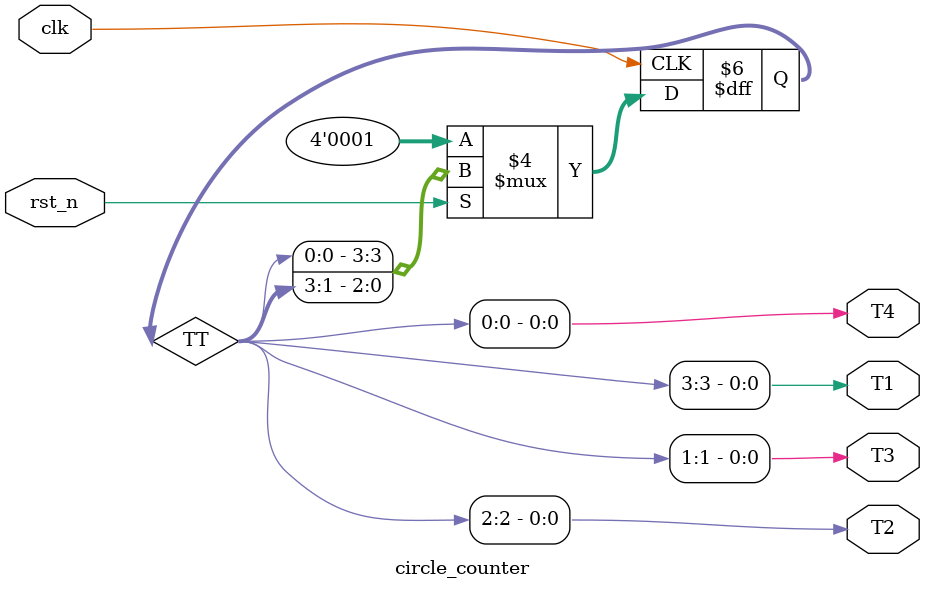
<source format=v>
`timescale 1ns / 1ps


module circle_counter(rst_n, clk, T1,T2,T3,T4 ); 
    input rst_n;
    input clk;
    output T1,T2,T3,T4;
    reg [3 : 0] TT;
    always@(posedge clk)
        if(!rst_n)
            TT <= 4'b0001;
        else
            TT <= {TT[0],TT[3 : 1]};
    assign T1 = TT[3];
    assign T2 = TT[2];
    assign T3 = TT[1];
    assign T4 = TT[0];
endmodule

</source>
